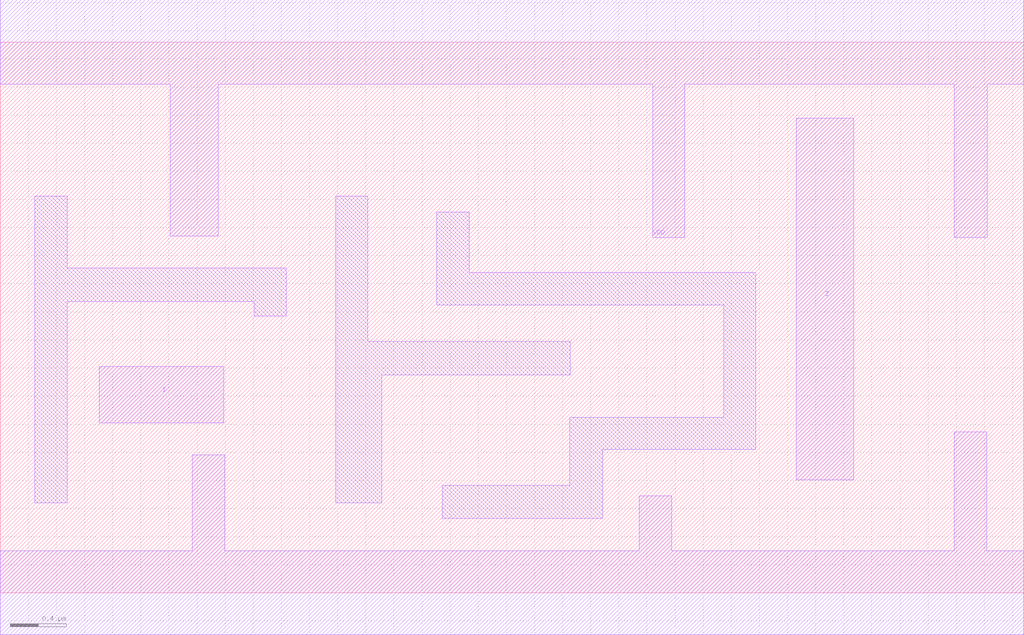
<source format=lef>
# Copyright 2022 GlobalFoundries PDK Authors
#
# Licensed under the Apache License, Version 2.0 (the "License");
# you may not use this file except in compliance with the License.
# You may obtain a copy of the License at
#
#      http://www.apache.org/licenses/LICENSE-2.0
#
# Unless required by applicable law or agreed to in writing, software
# distributed under the License is distributed on an "AS IS" BASIS,
# WITHOUT WARRANTIES OR CONDITIONS OF ANY KIND, either express or implied.
# See the License for the specific language governing permissions and
# limitations under the License.

MACRO gf180mcu_fd_sc_mcu7t5v0__dlya_2
  CLASS core ;
  FOREIGN gf180mcu_fd_sc_mcu7t5v0__dlya_2 0.0 0.0 ;
  ORIGIN 0 0 ;
  SYMMETRY X Y ;
  SITE GF018hv5v_mcu_sc7 ;
  SIZE 7.28 BY 3.92 ;
  PIN I
    DIRECTION INPUT ;
    ANTENNAGATEAREA 0.396 ;
    PORT
      LAYER METAL1 ;
        POLYGON 0.705 1.21 1.59 1.21 1.59 1.61 0.705 1.61  ;
    END
  END I
  PIN Z
    DIRECTION OUTPUT ;
    ANTENNADIFFAREA 1.1889 ;
    PORT
      LAYER METAL1 ;
        POLYGON 5.66 0.805 6.07 0.805 6.07 3.38 5.66 3.38  ;
    END
  END Z
  PIN VDD
    DIRECTION INOUT ;
    USE power ;
    SHAPE ABUTMENT ;
    PORT
      LAYER METAL1 ;
        POLYGON 0 3.62 1.21 3.62 1.21 2.54 1.55 2.54 1.55 3.62 2.035 3.62 4.64 3.62 4.64 2.53 4.87 2.53 4.87 3.62 5.375 3.62 6.785 3.62 6.785 2.53 7.02 2.53 7.02 3.62 7.28 3.62 7.28 4.22 5.375 4.22 2.035 4.22 0 4.22  ;
    END
  END VDD
  PIN VSS
    DIRECTION INOUT ;
    USE ground ;
    SHAPE ABUTMENT ;
    PORT
      LAYER METAL1 ;
        POLYGON 0 -0.3 7.28 -0.3 7.28 0.3 7.015 0.3 7.015 1.145 6.785 1.145 6.785 0.3 4.775 0.3 4.775 0.69 4.545 0.69 4.545 0.3 1.595 0.3 1.595 0.98 1.365 0.98 1.365 0.3 0 0.3  ;
    END
  END VSS
  OBS
      LAYER METAL1 ;
        POLYGON 0.245 0.64 0.475 0.64 0.475 2.075 1.805 2.075 1.805 1.97 2.035 1.97 2.035 2.31 0.475 2.31 0.475 2.825 0.245 2.825  ;
        POLYGON 2.385 0.64 2.715 0.64 2.715 1.55 4.055 1.55 4.055 1.79 2.615 1.79 2.615 2.825 2.385 2.825  ;
        POLYGON 3.105 2.05 5.145 2.05 5.145 1.25 4.05 1.25 4.05 0.765 3.145 0.765 3.145 0.53 4.285 0.53 4.285 1.02 5.375 1.02 5.375 2.28 3.335 2.28 3.335 2.71 3.105 2.71  ;
  END
END gf180mcu_fd_sc_mcu7t5v0__dlya_2

</source>
